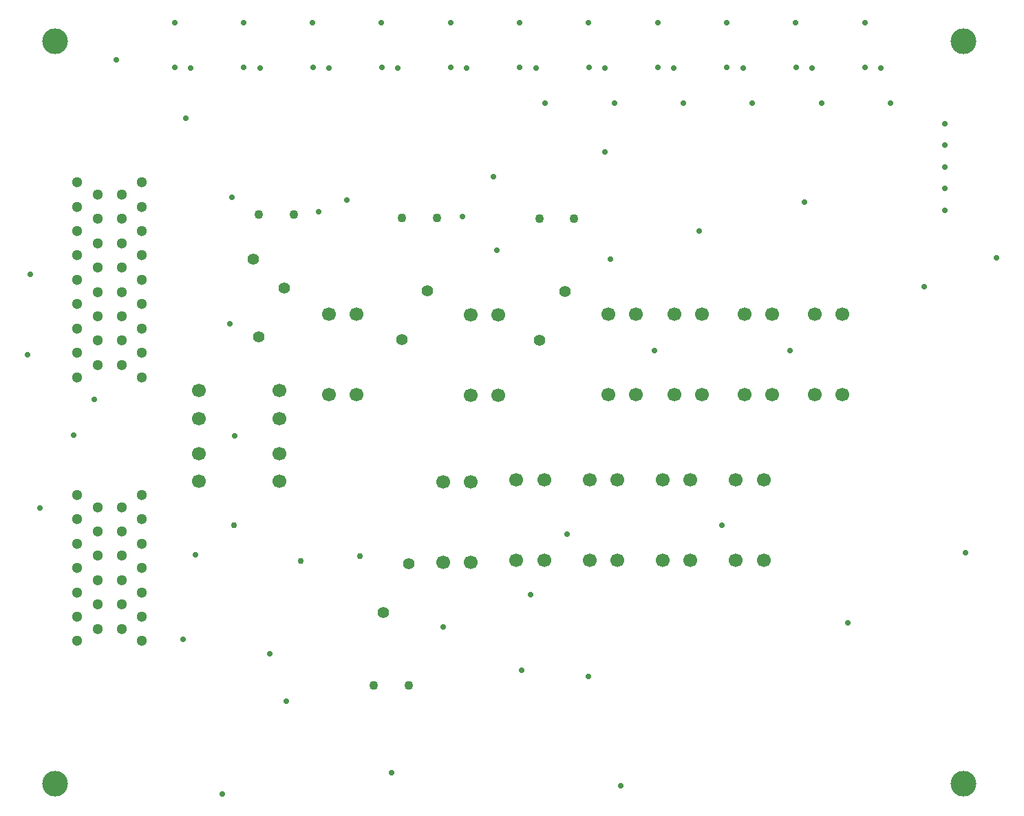
<source format=gbr>
%TF.GenerationSoftware,Altium Limited,Altium Designer,19.0.10 (269)*%
G04 Layer_Color=0*
%FSLAX26Y26*%
%MOIN*%
%TF.FileFunction,Plated,1,2,PTH,Drill*%
%TF.Part,Single*%
G01*
G75*
%TA.AperFunction,ComponentDrill*%
%ADD61C,0.055118*%
%ADD62C,0.066929*%
%ADD63C,0.066929*%
%ADD64C,0.051181*%
%TA.AperFunction,OtherDrill,Pad Free-5 (1166mil,1552mil)*%
%ADD65C,0.030000*%
%TA.AperFunction,OtherDrill,Pad Free-4 (1777mil,1401mil)*%
%ADD66C,0.030000*%
%TA.AperFunction,OtherDrill,Pad Free-3 (1490mil,1380mil)*%
%ADD67C,0.030000*%
%TA.AperFunction,OtherDrill,Pad Free-MH (4700mil,300mil)*%
%ADD68C,0.125000*%
%TA.AperFunction,OtherDrill,Pad Free-MH (4700mil,3900mil)*%
%ADD69C,0.125000*%
%TA.AperFunction,OtherDrill,Pad Free-MH (300mil,3900mil)*%
%ADD70C,0.125000*%
%TA.AperFunction,OtherDrill,Pad Free-MH (300mil,300mil)*%
%ADD71C,0.125000*%
%TA.AperFunction,ComponentDrill*%
%ADD72C,0.043307*%
%TA.AperFunction,ViaDrill,NotFilled*%
%ADD73C,0.028000*%
D61*
X2644656Y2449512D02*
D03*
X2768671Y2685732D02*
D03*
X1979001Y2452449D02*
D03*
X2103016Y2688670D02*
D03*
X1286000Y2466449D02*
D03*
X1260410Y2840465D02*
D03*
X1410016Y2702669D02*
D03*
X2011929Y1364551D02*
D03*
X1887913Y1128331D02*
D03*
D62*
X1385551Y1765000D02*
D03*
X995000D02*
D03*
X1385551Y1898858D02*
D03*
X995000D02*
D03*
Y2203780D02*
D03*
X1385551D02*
D03*
X995000Y2069921D02*
D03*
X1385551D02*
D03*
D63*
X1624843Y2186206D02*
D03*
Y2576757D02*
D03*
X1758701Y2186206D02*
D03*
Y2576757D02*
D03*
X2313490Y2181724D02*
D03*
Y2572276D02*
D03*
X2447348Y2181724D02*
D03*
Y2572276D02*
D03*
X2979165Y2183724D02*
D03*
Y2574276D02*
D03*
X3113023Y2183724D02*
D03*
Y2574276D02*
D03*
X3299361Y2184449D02*
D03*
Y2575000D02*
D03*
X3433220Y2184449D02*
D03*
Y2575000D02*
D03*
X3638246Y2184724D02*
D03*
Y2575276D02*
D03*
X3772104Y2184724D02*
D03*
Y2575276D02*
D03*
X3978379Y2184898D02*
D03*
Y2575450D02*
D03*
X4112237Y2184898D02*
D03*
Y2575450D02*
D03*
X3731237Y1771450D02*
D03*
Y1380898D02*
D03*
X3597378Y1771450D02*
D03*
Y1380898D02*
D03*
X3376886Y1771000D02*
D03*
Y1380449D02*
D03*
X3243028Y1771000D02*
D03*
Y1380449D02*
D03*
X3022570Y1771450D02*
D03*
Y1380898D02*
D03*
X2888712Y1771450D02*
D03*
Y1380898D02*
D03*
X2667701Y1771757D02*
D03*
Y1381206D02*
D03*
X2533843Y1771757D02*
D03*
Y1381206D02*
D03*
X2313314Y1763253D02*
D03*
Y1372702D02*
D03*
X2179456Y1763253D02*
D03*
Y1372702D02*
D03*
D64*
X720866Y2269685D02*
D03*
Y2387795D02*
D03*
Y2505905D02*
D03*
Y2624016D02*
D03*
Y2742126D02*
D03*
Y2860236D02*
D03*
Y2978347D02*
D03*
Y3096457D02*
D03*
Y3214567D02*
D03*
X622441Y2328740D02*
D03*
Y2446850D02*
D03*
Y2564961D02*
D03*
Y2683071D02*
D03*
Y2801181D02*
D03*
Y2919291D02*
D03*
Y3037402D02*
D03*
Y3155512D02*
D03*
X504331Y2328740D02*
D03*
Y2446850D02*
D03*
Y2564961D02*
D03*
Y2683071D02*
D03*
Y2801181D02*
D03*
Y2919291D02*
D03*
Y3037402D02*
D03*
Y3155512D02*
D03*
X405906Y2269685D02*
D03*
Y2387795D02*
D03*
Y2505905D02*
D03*
Y2624016D02*
D03*
Y2742126D02*
D03*
Y2860236D02*
D03*
Y2978347D02*
D03*
Y3096457D02*
D03*
Y3214567D02*
D03*
Y1698819D02*
D03*
Y1580709D02*
D03*
Y1462599D02*
D03*
Y1344488D02*
D03*
Y1226378D02*
D03*
Y1108268D02*
D03*
Y990158D02*
D03*
X504331Y1639764D02*
D03*
Y1521654D02*
D03*
Y1403543D02*
D03*
Y1285433D02*
D03*
Y1167323D02*
D03*
Y1049213D02*
D03*
X622441Y1639764D02*
D03*
Y1521654D02*
D03*
Y1403543D02*
D03*
Y1285433D02*
D03*
Y1167323D02*
D03*
Y1049213D02*
D03*
X720866Y1698819D02*
D03*
Y1580709D02*
D03*
Y1462599D02*
D03*
Y1344488D02*
D03*
Y1226378D02*
D03*
Y1108268D02*
D03*
Y990158D02*
D03*
D65*
X1166000Y1552000D02*
D03*
D66*
X1777000Y1401000D02*
D03*
D67*
X1490000Y1380000D02*
D03*
D68*
X4700000Y300000D02*
D03*
D69*
Y3900000D02*
D03*
D70*
X300000D02*
D03*
D71*
Y300000D02*
D03*
D72*
X2813947Y3040063D02*
D03*
X2644656D02*
D03*
X2148292Y3043001D02*
D03*
X1979001D02*
D03*
X1455292Y3057000D02*
D03*
X1286000D02*
D03*
X1842638Y774000D02*
D03*
X2011929D02*
D03*
D73*
X1574330Y3071330D02*
D03*
X2961000Y3361000D02*
D03*
X2990000Y2840465D02*
D03*
X1157000Y3142294D02*
D03*
X1713000Y3127000D02*
D03*
X2422000Y3241000D02*
D03*
X934000Y3524000D02*
D03*
X3528000Y1553000D02*
D03*
X2272371Y3048999D02*
D03*
X164695Y2380000D02*
D03*
X180000Y2769010D02*
D03*
X4344456Y3600000D02*
D03*
X3342396D02*
D03*
X597000Y3810000D02*
D03*
X4860000Y2850000D02*
D03*
X227000Y1634278D02*
D03*
X490000Y2162952D02*
D03*
X390000Y1990000D02*
D03*
X3860000Y2400000D02*
D03*
X3202201D02*
D03*
X2780726Y1510000D02*
D03*
X4710000Y1420000D02*
D03*
X4510000Y2710000D02*
D03*
X3930000Y3120000D02*
D03*
X3420000Y2980000D02*
D03*
X2440000Y2884821D02*
D03*
X1170000Y1984252D02*
D03*
X1146000Y2530000D02*
D03*
X980000Y1410000D02*
D03*
X920000Y1000000D02*
D03*
X1340000Y930000D02*
D03*
X2180000Y1060000D02*
D03*
X1420000Y700000D02*
D03*
X2601000Y1215000D02*
D03*
X2560000Y850000D02*
D03*
X2883776Y820000D02*
D03*
X4140000Y1080000D02*
D03*
X3040000Y290000D02*
D03*
X1928000Y352000D02*
D03*
X1110000Y250000D02*
D03*
X3965388Y3768482D02*
D03*
X1959644D02*
D03*
X1625353D02*
D03*
X1881888Y3770726D02*
D03*
X4610000Y3080000D02*
D03*
Y3185000D02*
D03*
Y3290000D02*
D03*
Y3395000D02*
D03*
Y3500000D02*
D03*
X4010977Y3600000D02*
D03*
X3676686D02*
D03*
X3296806Y3768482D02*
D03*
X3008105Y3600000D02*
D03*
X2673814D02*
D03*
X1291063Y3768482D02*
D03*
X1212323Y3989740D02*
D03*
X1213307Y3770726D02*
D03*
X1546613Y3989740D02*
D03*
X1547597Y3770726D02*
D03*
X3631097Y3768482D02*
D03*
X3552357Y3989740D02*
D03*
X3553341Y3770726D02*
D03*
X3886647Y3989740D02*
D03*
X3887632Y3770726D02*
D03*
X4299678Y3768482D02*
D03*
X4220938Y3989740D02*
D03*
X4221922Y3770726D02*
D03*
X1880904Y3989740D02*
D03*
X2293935Y3768482D02*
D03*
X2215194Y3989740D02*
D03*
X2216179Y3770726D02*
D03*
X2628225Y3768482D02*
D03*
X2549485Y3989740D02*
D03*
X2550469Y3770726D02*
D03*
X2962516Y3768482D02*
D03*
X2883776Y3989740D02*
D03*
X2884760Y3770726D02*
D03*
X3218066Y3989740D02*
D03*
X3219050Y3770726D02*
D03*
X956772Y3768482D02*
D03*
X878032Y3989740D02*
D03*
X879016Y3770726D02*
D03*
%TF.MD5,c92d85b92e2f88f485fb8dd3070418ba*%
M02*

</source>
